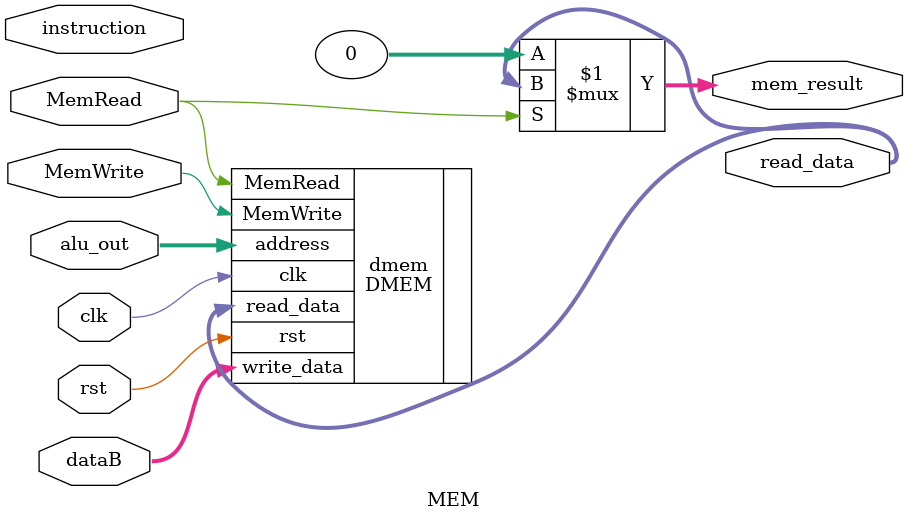
<source format=v>
module MEM(
    input clk,
    input rst,
    input [31:0] alu_out,        // Ðia chi bo nho ALU
    input [31:0] dataB,          // DataB cho store)
    input [31:0] instruction,   
    
    // Control unit
    input MemRead,               
    input MemWrite,              
   
    output [31:0] read_data,     
    output [31:0] mem_result     
);
    
    DMEM dmem(
        .clk(clk),
        .rst(rst),
        .MemRead(MemRead),
        .MemWrite(MemWrite),
        .address(alu_out),
        .write_data(dataB),
        .read_data(read_data)
    );
    assign mem_result = MemRead ? read_data : 32'b0;

endmodule
</source>
